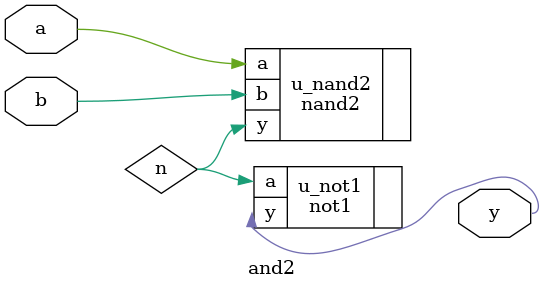
<source format=sv>
module and2(
    input wire a,
    input wire b,
    output wire y
);
    wire n;

    nand2 u_nand2 (.a(a), .b(b), .y(n));
    not1  u_not1  (.a(n), .y(y));
endmodule

</source>
